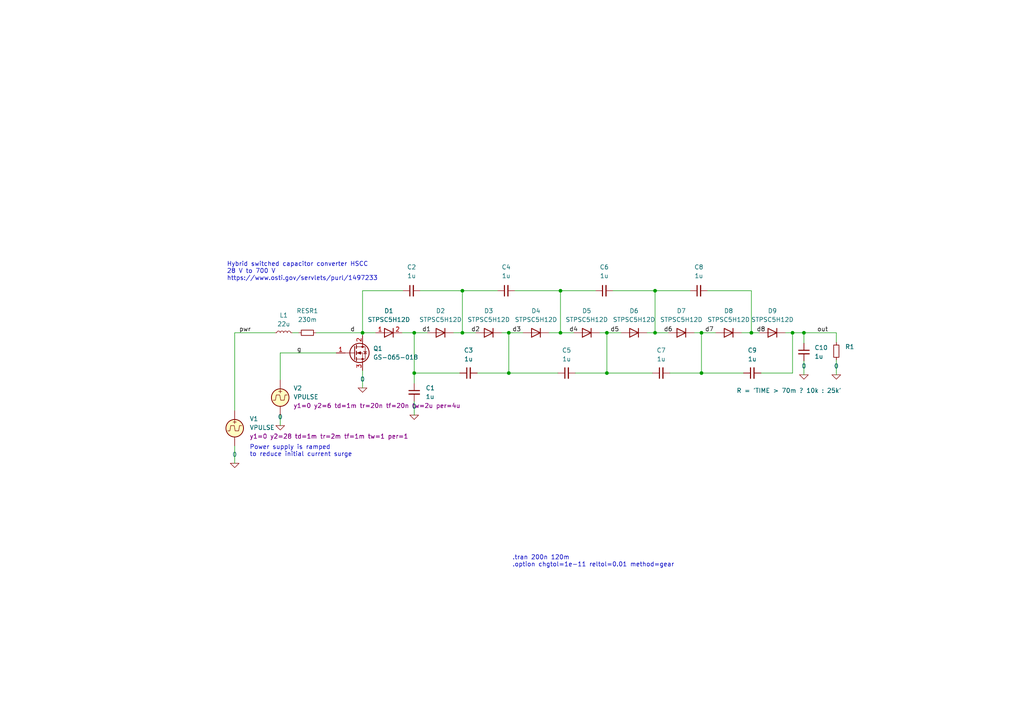
<source format=kicad_sch>
(kicad_sch (version 20231120) (generator "eeschema") (generator_version "8.0")
  (paper "A4")
  (title_block (title "Hybrid Switched capacitor converter, 28 to 700 V") (date "2023-05-02") (company "U.S. Department of Energy, Office of Scientific and Technical Information") (comment 1 "https://www.osti.gov/servlets/purl/1497233"))
  (lib_symbols
    (symbol "DIODE_1" (pin_names (offset 1.016) hide)
      (property "Reference" "D" (at 0 2.54 0))
      (property "Value" "DIODE_1" (at 0 -2.54 0))
      (symbol "DIODE_1_0_1"
        (polyline (pts (xy 1.27 0) (xy -1.27 0)))
        (polyline (pts (xy 1.27 1.27) (xy 1.27 -1.27)) (stroke (width 0.254)))
        (polyline (pts (xy -1.27 -1.27) (xy -1.27 1.27) (xy 1.27 0) (xy -1.27 -1.27)) (stroke (width 0.254)))
      )
      (symbol "DIODE_1_1_1"
        (pin passive line (at -3.81 0 0) (length 2.54) (name "A") (number "1"))
        (pin passive line (at 3.81 0 180) (length 2.54) (name "K") (number "2"))
      )
    )
    (symbol "DIODE_2" (pin_numbers hide) (pin_names (offset 1.016) hide)
      (property "Reference" "D" (at 0 2.54 0))
      (property "Value" "DIODE_2" (at 0 -2.54 0))
      (symbol "DIODE_2_0_1"
        (polyline (pts (xy 1.27 0) (xy -1.27 0)))
        (polyline (pts (xy 1.27 1.27) (xy 1.27 -1.27)) (stroke (width 0.254)))
        (polyline (pts (xy -1.27 -1.27) (xy -1.27 1.27) (xy 1.27 0) (xy -1.27 -1.27)) (stroke (width 0.254)))
      )
      (symbol "DIODE_2_1_1"
        (pin passive line (at -3.81 0 0) (length 2.54) (name "A") (number "1"))
        (pin passive line (at 3.81 0 180) (length 2.54) (name "K") (number "2"))
      )
    )
    (symbol "DIODE_3" (pin_numbers hide) (pin_names (offset 1.016) hide)
      (property "Reference" "D" (at 0 2.54 0))
      (property "Value" "DIODE_3" (at 0 -2.54 0))
      (symbol "DIODE_3_0_1"
        (polyline (pts (xy 1.27 0) (xy -1.27 0)))
        (polyline (pts (xy 1.27 1.27) (xy 1.27 -1.27)) (stroke (width 0.254)))
        (polyline (pts (xy -1.27 -1.27) (xy -1.27 1.27) (xy 1.27 0) (xy -1.27 -1.27)) (stroke (width 0.254)))
      )
      (symbol "DIODE_3_1_1"
        (pin passive line (at -3.81 0 0) (length 2.54) (name "A") (number "1"))
        (pin passive line (at 3.81 0 180) (length 2.54) (name "K") (number "2"))
      )
    )
    (symbol "DIODE_4" (pin_numbers hide) (pin_names (offset 1.016) hide)
      (property "Reference" "D" (at 0 2.54 0))
      (property "Value" "DIODE_4" (at 0 -2.54 0))
      (symbol "DIODE_4_0_1"
        (polyline (pts (xy 1.27 0) (xy -1.27 0)))
        (polyline (pts (xy 1.27 1.27) (xy 1.27 -1.27)) (stroke (width 0.254)))
        (polyline (pts (xy -1.27 -1.27) (xy -1.27 1.27) (xy 1.27 0) (xy -1.27 -1.27)) (stroke (width 0.254)))
      )
      (symbol "DIODE_4_1_1"
        (pin passive line (at -3.81 0 0) (length 2.54) (name "A") (number "1"))
        (pin passive line (at 3.81 0 180) (length 2.54) (name "K") (number "2"))
      )
    )
    (symbol "DIODE_5" (pin_numbers hide) (pin_names (offset 1.016) hide)
      (property "Reference" "D" (at 0 2.54 0))
      (property "Value" "DIODE_5" (at 0 -2.54 0))
      (symbol "DIODE_5_0_1"
        (polyline (pts (xy 1.27 0) (xy -1.27 0)))
        (polyline (pts (xy 1.27 1.27) (xy 1.27 -1.27)) (stroke (width 0.254)))
        (polyline (pts (xy -1.27 -1.27) (xy -1.27 1.27) (xy 1.27 0) (xy -1.27 -1.27)) (stroke (width 0.254)))
      )
      (symbol "DIODE_5_1_1"
        (pin passive line (at -3.81 0 0) (length 2.54) (name "A") (number "1"))
        (pin passive line (at 3.81 0 180) (length 2.54) (name "K") (number "2"))
      )
    )
    (symbol "Device:C_Small" (pin_numbers hide) (pin_names (offset 0.254) hide)
      (property "Reference" "C" (at 0.254 1.778 0))
      (property "Value" "C_Small" (at 0.254 -2.032 0))
      (symbol "C_Small_0_1"
        (polyline (pts (xy -1.524 -0.508) (xy 1.524 -0.508)) (stroke (width 0.3302)))
        (polyline (pts (xy -1.524 0.508) (xy 1.524 0.508)) (stroke (width 0.3048)))
      )
      (symbol "C_Small_1_1"
        (pin passive line (at 0 2.54 270) (length 2.032) (name "~") (number "1"))
        (pin passive line (at 0 -2.54 90) (length 2.032) (name "~") (number "2"))
      )
    )
    (symbol "Device:L_Small" (pin_numbers hide) (pin_names (offset 0.254) hide)
      (property "Reference" "L" (at 0.762 1.016 0))
      (property "Value" "L_Small" (at 0.762 -1.016 0))
      (symbol "L_Small_0_1"
        (arc (start 0 -2.032) (mid 0.5058 -1.524) (end 0 -1.016))
        (arc (start 0 -1.016) (mid 0.5058 -0.508) (end 0 0))
        (arc (start 0 0) (mid 0.5058 0.508) (end 0 1.016))
        (arc (start 0 1.016) (mid 0.5058 1.524) (end 0 2.032))
      )
      (symbol "L_Small_1_1"
        (pin passive line (at 0 2.54 270) (length 0.508) (name "~") (number "1"))
        (pin passive line (at 0 -2.54 90) (length 0.508) (name "~") (number "2"))
      )
    )
    (symbol "Device:Q_NMOS_GDS" (pin_names (offset 0) hide)
      (property "Reference" "Q" (at 5.08 1.27 0))
      (property "Value" "Q_NMOS_GDS" (at 5.08 -1.27 0))
      (symbol "Q_NMOS_GDS_0_1"
        (polyline (pts (xy 0.254 0) (xy -2.54 0)))
        (polyline (pts (xy 0.254 1.905) (xy 0.254 -1.905)) (stroke (width 0.254)))
        (polyline (pts (xy 0.762 -1.27) (xy 0.762 -2.286)) (stroke (width 0.254)))
        (polyline (pts (xy 0.762 0.508) (xy 0.762 -0.508)) (stroke (width 0.254)))
        (polyline (pts (xy 0.762 2.286) (xy 0.762 1.27)) (stroke (width 0.254)))
        (polyline (pts (xy 2.54 2.54) (xy 2.54 1.778)))
        (polyline (pts (xy 2.54 -2.54) (xy 2.54 0) (xy 0.762 0)))
        (polyline (pts (xy 0.762 -1.778) (xy 3.302 -1.778) (xy 3.302 1.778) (xy 0.762 1.778)))
        (polyline (pts (xy 1.016 0) (xy 2.032 0.381) (xy 2.032 -0.381) (xy 1.016 0)) (fill (type outline)))
        (polyline (pts (xy 2.794 0.508) (xy 2.921 0.381) (xy 3.683 0.381) (xy 3.81 0.254)))
        (polyline (pts (xy 3.302 0.381) (xy 2.921 -0.254) (xy 3.683 -0.254) (xy 3.302 0.381)))
        (circle (center 1.651 0) (radius 2.794) (stroke (width 0.254)))
        (circle (center 2.54 -1.778) (radius 0.254) (fill (type outline)))
        (circle (center 2.54 1.778) (radius 0.254) (fill (type outline)))
      )
      (symbol "Q_NMOS_GDS_1_1"
        (pin input line (at -5.08 0 0) (length 2.54) (name "G") (number "1"))
        (pin passive line (at 2.54 5.08 270) (length 2.54) (name "D") (number "2"))
        (pin passive line (at 2.54 -5.08 90) (length 2.54) (name "S") (number "3"))
      )
    )
    (symbol "Device:R_Small" (pin_numbers hide) (pin_names (offset 0.254) hide)
      (property "Reference" "R" (at 0.762 0.508 0))
      (property "Value" "R_Small" (at 0.762 -1.016 0))
      (symbol "R_Small_0_1"
        (rectangle (start -0.762 1.778) (end 0.762 -1.778) (stroke (width 0.2032)))
      )
      (symbol "R_Small_1_1"
        (pin passive line (at 0 2.54 270) (length 0.762) (name "~") (number "1"))
        (pin passive line (at 0 -2.54 90) (length 0.762) (name "~") (number "2"))
      )
    )
    (symbol "Simulation_SPICE:VPULSE" (pin_numbers hide) (pin_names (offset 0.0254))
      (property "Reference" "V" (at 2.54 2.54 0))
      (property "Value" "VPULSE" (at 2.54 0 0))
      (property "Spice_Model" "pulse(0 1 2n 2n 2n 50n 100n)" (at 2.54 -2.54 0))
      (symbol "VPULSE_0_0"
        (polyline (pts (xy -2.032 -0.762) (xy -1.397 -0.762) (xy -1.143 0.762) (xy -0.127 0.762) (xy 0.127 -0.762) (xy 1.143 -0.762) (xy 1.397 0.762) (xy 2.032 0.762)))
        (text "+" (at 0 1.905 0) (effects (font (size 1.27 1.27))))
      )
      (symbol "VPULSE_0_1"
        (circle (center 0 0) (radius 2.54) (stroke (width 0.254)) (fill (type background)))
      )
      (symbol "VPULSE_1_1"
        (pin passive line (at 0 5.08 270) (length 2.54) (name "~") (number "1"))
        (pin passive line (at 0 -5.08 90) (length 2.54) (name "~") (number "2"))
      )
    )
    (symbol "pspice:0" (power) (pin_names (offset 0))
      (property "Value" "0" (at 0 -1.778 0))
      (symbol "0_0_1"
        (polyline (pts (xy -1.27 0) (xy 0 -1.27) (xy 1.27 0) (xy -1.27 0)))
      )
      (symbol "0_1_1"
        (pin power_in line (at 0 0 0) (length 0) hide (name "0") (number "1"))
      )
    )
  )
  (junction (at 217.932 96.52))
  (junction (at 134.112 96.52))
  (junction (at 189.992 96.52))
  (junction (at 189.992 84.328))
  (junction (at 176.022 108.204))
  (junction (at 162.56 84.328))
  (junction (at 233.172 96.52))
  (junction (at 203.454 108.204))
  (junction (at 203.454 96.52))
  (junction (at 120.142 96.52))
  (junction (at 120.142 108.204))
  (junction (at 147.574 108.204))
  (junction (at 162.56 96.52))
  (junction (at 229.87 96.52))
  (junction (at 176.022 96.52))
  (junction (at 147.574 96.52))
  (junction (at 134.112 84.328))
  (junction (at 105.156 96.52))
  (wire (pts (xy 229.87 108.204) (xy 220.726 108.204)))
  (wire (pts (xy 68.072 129.286) (xy 68.072 134.366)))
  (wire (pts (xy 233.172 104.648) (xy 233.172 108.712)))
  (wire (pts (xy 120.142 108.204) (xy 133.35 108.204)))
  (wire (pts (xy 229.87 96.52) (xy 229.87 108.204)))
  (wire (pts (xy 81.28 102.362) (xy 97.536 102.362)))
  (wire (pts (xy 147.574 96.52) (xy 147.574 108.204)))
  (wire (pts (xy 147.574 96.52) (xy 151.638 96.52)))
  (wire (pts (xy 166.878 108.204) (xy 176.022 108.204)))
  (wire (pts (xy 217.932 84.328) (xy 217.932 96.52)))
  (wire (pts (xy 229.87 96.52) (xy 233.172 96.52)))
  (wire (pts (xy 162.56 84.328) (xy 162.56 96.52)))
  (wire (pts (xy 147.574 108.204) (xy 161.798 108.204)))
  (wire (pts (xy 162.56 84.328) (xy 172.72 84.328)))
  (wire (pts (xy 242.57 96.52) (xy 242.57 99.314)))
  (wire (pts (xy 242.57 104.394) (xy 242.57 108.712)))
  (wire (pts (xy 177.8 84.328) (xy 189.992 84.328)))
  (wire (pts (xy 176.022 108.204) (xy 189.23 108.204)))
  (wire (pts (xy 189.992 96.52) (xy 193.802 96.52)))
  (wire (pts (xy 203.454 96.52) (xy 207.518 96.52)))
  (wire (pts (xy 187.706 96.52) (xy 189.992 96.52)))
  (wire (pts (xy 176.022 96.52) (xy 180.086 96.52)))
  (wire (pts (xy 131.572 96.52) (xy 134.112 96.52)))
  (wire (pts (xy 145.542 96.52) (xy 147.574 96.52)))
  (wire (pts (xy 120.142 108.204) (xy 120.142 111.252)))
  (wire (pts (xy 84.836 96.52) (xy 86.614 96.52)))
  (wire (pts (xy 120.142 116.332) (xy 120.142 120.396)))
  (wire (pts (xy 227.838 96.52) (xy 229.87 96.52)))
  (wire (pts (xy 91.694 96.52) (xy 105.156 96.52)))
  (wire (pts (xy 189.992 84.328) (xy 200.152 84.328)))
  (wire (pts (xy 162.56 96.52) (xy 166.37 96.52)))
  (wire (pts (xy 134.112 96.52) (xy 137.922 96.52)))
  (wire (pts (xy 149.352 84.328) (xy 162.56 84.328)))
  (wire (pts (xy 138.43 108.204) (xy 147.574 108.204)))
  (wire (pts (xy 134.112 84.328) (xy 134.112 96.52)))
  (wire (pts (xy 68.072 96.52) (xy 79.756 96.52)))
  (wire (pts (xy 173.99 96.52) (xy 176.022 96.52)))
  (wire (pts (xy 121.92 84.328) (xy 134.112 84.328)))
  (wire (pts (xy 189.992 84.328) (xy 189.992 96.52)))
  (wire (pts (xy 159.258 96.52) (xy 162.56 96.52)))
  (wire (pts (xy 68.072 119.126) (xy 68.072 96.52)))
  (wire (pts (xy 105.156 96.52) (xy 105.156 97.282)))
  (wire (pts (xy 205.232 84.328) (xy 217.932 84.328)))
  (wire (pts (xy 176.022 96.52) (xy 176.022 108.204)))
  (wire (pts (xy 116.586 96.52) (xy 120.142 96.52)))
  (wire (pts (xy 215.138 96.52) (xy 217.932 96.52)))
  (wire (pts (xy 105.156 84.328) (xy 116.84 84.328)))
  (wire (pts (xy 203.454 108.204) (xy 215.646 108.204)))
  (wire (pts (xy 134.112 84.328) (xy 144.272 84.328)))
  (wire (pts (xy 105.156 84.328) (xy 105.156 96.52)))
  (wire (pts (xy 81.28 120.396) (xy 81.28 123.444)))
  (wire (pts (xy 217.932 96.52) (xy 220.218 96.52)))
  (wire (pts (xy 201.422 96.52) (xy 203.454 96.52)))
  (wire (pts (xy 105.156 107.442) (xy 105.156 112.522)))
  (wire (pts (xy 120.142 96.52) (xy 123.952 96.52)))
  (wire (pts (xy 81.28 110.236) (xy 81.28 102.362)))
  (wire (pts (xy 233.172 96.52) (xy 233.172 99.568)))
  (wire (pts (xy 233.172 96.52) (xy 242.57 96.52)))
  (wire (pts (xy 120.142 96.52) (xy 120.142 108.204)))
  (wire (pts (xy 194.31 108.204) (xy 203.454 108.204)))
  (wire (pts (xy 105.156 96.52) (xy 108.966 96.52)))
  (wire (pts (xy 203.454 96.52) (xy 203.454 108.204)))
  (text "Power supply is ramped\nto reduce initial current surge" (at 72.39 132.588 0) (effects (font (size 1.27 1.27)) (justify left bottom)))
  (text "Hybrid switched capacitor converter HSCC\n28 V to 700 V\nhttps://www.osti.gov/servlets/purl/1497233" (at 65.786 81.534 0) (effects (font (size 1.27 1.27)) (justify left bottom)))
  (text ".tran 200n 120m\n.option chgtol=1e-11 reltol=0.01 method=gear\n" (at 148.59 164.592 0) (effects (font (size 1.27 1.27)) (justify left bottom)))
  (label "pwr" (at 69.342 96.52 0))
  (label "d4" (at 165.1 96.52 0))
  (label "d6" (at 192.532 96.52 0))
  (label "d7" (at 204.47 96.52 0))
  (label "d5" (at 177.038 96.52 0))
  (label "d2" (at 136.652 96.52 0))
  (label "d8" (at 219.456 96.52 0))
  (label "g" (at 86.106 102.362 0))
  (label "d" (at 101.6 96.52 0))
  (label "out" (at 236.982 96.52 0))
  (label "d3" (at 148.59 96.52 0))
  (label "d1" (at 122.428 96.52 0))
  (symbol (lib_name "DIODE_5") (lib_id "Simulation_SPICE:DIODE") (at 127.762 96.52 0) (unit 1)
    (property "Reference" "D2" (at 127.762 90.17 0))
    (property "Value" "STPSC5H12D" (at 127.762 92.71 0))
    (property "Sim.Library" "ST_SILICON_CARBIDE_SCHOTTKY_V9.LIB" (effects (hide yes)))
    (property "Sim.Name" "STPSC5H12D" (effects (hide yes)))
    (property "Sim.Pins" "1=A 2=K" (effects (hide yes)))
  )
  (symbol (lib_name "DIODE_4") (lib_id "Simulation_SPICE:DIODE") (at 197.612 96.52 0) (unit 1)
    (property "Reference" "D7" (at 197.612 90.17 0))
    (property "Value" "STPSC5H12D" (at 197.612 92.71 0))
    (property "Sim.Library" "ST_SILICON_CARBIDE_SCHOTTKY_V9.LIB" (effects (hide yes)))
    (property "Sim.Name" "STPSC5H12D" (effects (hide yes)))
    (property "Sim.Pins" "1=A 2=K" (effects (hide yes)))
  )
  (symbol (lib_id "Device:C_Small") (at 146.812 84.328 90) (unit 1)
    (property "Reference" "C4" (at 146.8183 77.47 90))
    (property "Value" "1u" (at 146.8183 80.01 90))
  )
  (symbol (lib_name "DIODE_4") (lib_id "Simulation_SPICE:DIODE") (at 170.18 96.52 0) (unit 1)
    (property "Reference" "D5" (at 170.18 90.17 0))
    (property "Value" "STPSC5H12D" (at 170.18 92.71 0))
    (property "Sim.Library" "ST_SILICON_CARBIDE_SCHOTTKY_V9.LIB" (effects (hide yes)))
    (property "Sim.Name" "STPSC5H12D" (effects (hide yes)))
    (property "Sim.Pins" "1=A 2=K" (effects (hide yes)))
  )
  (symbol (lib_id "Device:C_Small") (at 164.338 108.204 90) (unit 1)
    (property "Reference" "C5" (at 164.3443 101.6 90))
    (property "Value" "1u" (at 164.3443 104.14 90))
  )
  (symbol (lib_name "DIODE_3") (lib_id "Simulation_SPICE:DIODE") (at 183.896 96.52 0) (unit 1)
    (property "Reference" "D6" (at 183.896 90.17 0))
    (property "Value" "STPSC5H12D" (at 183.896 92.71 0))
    (property "Sim.Library" "ST_SILICON_CARBIDE_SCHOTTKY_V9.LIB" (effects (hide yes)))
    (property "Sim.Name" "STPSC5H12D" (effects (hide yes)))
    (property "Sim.Pins" "1=A 2=K" (effects (hide yes)))
  )
  (symbol (lib_id "Device:C_Small") (at 119.38 84.328 90) (unit 1)
    (property "Reference" "C2" (at 119.3863 77.47 90))
    (property "Value" "1u" (at 119.3863 80.01 90))
  )
  (symbol (lib_id "pspice:0") (at 242.57 108.712 0) (unit 1)
    (property "Reference" "#GND06" (effects (hide yes)))
    (property "Value" "0" (at 242.57 106.172 0))
  )
  (symbol (lib_name "DIODE_2") (lib_id "Simulation_SPICE:DIODE") (at 224.028 96.52 0) (unit 1)
    (property "Reference" "D9" (at 224.028 90.17 0))
    (property "Value" "STPSC5H12D" (at 224.028 92.71 0))
    (property "Sim.Library" "ST_SILICON_CARBIDE_SCHOTTKY_V9.LIB" (effects (hide yes)))
    (property "Sim.Name" "STPSC5H12D" (effects (hide yes)))
    (property "Sim.Pins" "1=A 2=K" (effects (hide yes)))
  )
  (symbol (lib_id "Device:C_Small") (at 135.89 108.204 90) (unit 1)
    (property "Reference" "C3" (at 135.8963 101.6 90))
    (property "Value" "1u" (at 135.8963 104.14 90))
  )
  (symbol (lib_name "DIODE_1") (lib_id "Simulation_SPICE:DIODE") (at 112.776 96.52 0) (unit 1)
    (property "Reference" "D1" (at 112.776 90.17 0))
    (property "Value" "STPSC5H12D" (at 112.776 92.71 0))
    (property "Sim.Library" "ST_SILICON_CARBIDE_SCHOTTKY_V9.LIB" (effects (hide yes)))
    (property "Sim.Name" "STPSC5H12D" (effects (hide yes)))
    (property "Sim.Pins" "1=A 2=K" (effects (hide yes)))
  )
  (symbol (lib_name "DIODE_3") (lib_id "Simulation_SPICE:DIODE") (at 211.328 96.52 0) (unit 1)
    (property "Reference" "D8" (at 211.328 90.17 0))
    (property "Value" "STPSC5H12D" (at 211.328 92.71 0))
    (property "Sim.Library" "ST_SILICON_CARBIDE_SCHOTTKY_V9.LIB" (effects (hide yes)))
    (property "Sim.Name" "STPSC5H12D" (effects (hide yes)))
    (property "Sim.Pins" "1=A 2=K" (effects (hide yes)))
  )
  (symbol (lib_id "Device:C_Small") (at 218.186 108.204 90) (unit 1)
    (property "Reference" "C9" (at 218.1923 101.6 90))
    (property "Value" "1u" (at 218.1923 104.14 90))
  )
  (symbol (lib_id "Device:R_Small") (at 89.154 96.52 90) (unit 1)
    (property "Reference" "RESR1" (at 89.154 90.17 90))
    (property "Value" "230m" (at 89.154 92.71 90))
  )
  (symbol (lib_id "Device:R_Small") (at 242.57 101.854 0) (unit 1)
    (property "Reference" "R1" (at 245.11 100.5839 0) (effects (justify left)))
    (property "Value" "R = 'TIME > 70m ? 10k : 25k'" (at 213.614 113.284 0) (effects (justify left)))
  )
  (symbol (lib_id "pspice:0") (at 233.172 108.712 0) (unit 1)
    (property "Reference" "#GND05" (effects (hide yes)))
    (property "Value" "0" (at 233.172 106.172 0))
  )
  (symbol (lib_id "Device:L_Small") (at 82.296 96.52 90) (unit 1)
    (property "Reference" "L1" (at 82.296 91.44 90))
    (property "Value" "22u" (at 82.296 93.98 90))
  )
  (symbol (lib_id "Device:Q_NMOS_GDS") (at 102.616 102.362 0) (unit 1)
    (property "Reference" "Q1" (at 108.204 101.0919 0) (effects (justify left)))
    (property "Value" "GS-065-018" (at 108.204 103.6319 0) (effects (justify left)))
    (property "Sim.Library" "GaN_PSpice_GS-065-018-2-L_L1V3P3.lib" (effects (hide yes)))
    (property "Sim.Name" "GaN_PSpice_GS-065-018-2-L_L1V3P3" (effects (hide yes)))
    (property "Sim.Pins" "1=1 2=2 3=3 3=4" (effects (hide yes)))
  )
  (symbol (lib_id "Simulation_SPICE:VPULSE") (at 68.072 124.206 0) (unit 1)
    (property "Reference" "V1" (at 72.39 121.4761 0) (effects (justify left)))
    (property "Value" "VPULSE" (at 72.39 124.0161 0) (effects (justify left)))
    (property "Sim.Device" "V" (effects (hide yes)))
    (property "Sim.Type" "PULSE" (effects (hide yes)))
    (property "Sim.Params" "y1=0 y2=28 td=1m tr=2m tf=1m tw=1 per=1" (at 72.39 126.5561 0) (effects (justify left)))
    (property "Sim.Pins" "1=+ 2=-" (effects (hide yes)))
  )
  (symbol (lib_id "Device:C_Small") (at 175.26 84.328 90) (unit 1)
    (property "Reference" "C6" (at 175.2663 77.47 90))
    (property "Value" "1u" (at 175.2663 80.01 90))
  )
  (symbol (lib_id "Device:C_Small") (at 120.142 113.792 0) (unit 1)
    (property "Reference" "C1" (at 123.444 112.5282 0) (effects (justify left)))
    (property "Value" "1u" (at 123.444 115.0682 0) (effects (justify left)))
  )
  (symbol (lib_id "pspice:0") (at 120.142 120.396 0) (unit 1)
    (property "Reference" "#GND04" (effects (hide yes)))
    (property "Value" "0" (at 120.142 117.856 0))
  )
  (symbol (lib_id "pspice:0") (at 81.28 123.444 0) (unit 1)
    (property "Reference" "#GND02" (effects (hide yes)))
    (property "Value" "0" (at 81.28 120.904 0))
  )
  (symbol (lib_id "Device:C_Small") (at 191.77 108.204 90) (unit 1)
    (property "Reference" "C7" (at 191.7763 101.6 90))
    (property "Value" "1u" (at 191.7763 104.14 90))
  )
  (symbol (lib_name "DIODE_4") (lib_id "Simulation_SPICE:DIODE") (at 141.732 96.52 0) (unit 1)
    (property "Reference" "D3" (at 141.732 90.17 0))
    (property "Value" "STPSC5H12D" (at 141.732 92.71 0))
    (property "Sim.Library" "ST_SILICON_CARBIDE_SCHOTTKY_V9.LIB" (effects (hide yes)))
    (property "Sim.Name" "STPSC5H12D" (effects (hide yes)))
    (property "Sim.Pins" "1=A 2=K" (effects (hide yes)))
  )
  (symbol (lib_id "Simulation_SPICE:VPULSE") (at 81.28 115.316 0) (unit 1)
    (property "Reference" "V2" (at 85.09 112.5861 0) (effects (justify left)))
    (property "Value" "VPULSE" (at 85.09 115.1261 0) (effects (justify left)))
    (property "Sim.Device" "V" (effects (hide yes)))
    (property "Sim.Type" "PULSE" (effects (hide yes)))
    (property "Sim.Params" "y1=0 y2=6 td=1m tr=20n tf=20n tw=2u per=4u" (at 85.09 117.6661 0) (effects (justify left)))
    (property "Sim.Pins" "1=+ 2=-" (effects (hide yes)))
  )
  (symbol (lib_id "pspice:0") (at 105.156 112.522 0) (unit 1)
    (property "Reference" "#GND03" (effects (hide yes)))
    (property "Value" "0" (at 105.156 109.982 0))
  )
  (symbol (lib_name "DIODE_3") (lib_id "Simulation_SPICE:DIODE") (at 155.448 96.52 0) (unit 1)
    (property "Reference" "D4" (at 155.448 90.17 0))
    (property "Value" "STPSC5H12D" (at 155.448 92.71 0))
    (property "Sim.Library" "ST_SILICON_CARBIDE_SCHOTTKY_V9.LIB" (effects (hide yes)))
    (property "Sim.Name" "STPSC5H12D" (effects (hide yes)))
    (property "Sim.Pins" "1=A 2=K" (effects (hide yes)))
  )
  (symbol (lib_id "Device:C_Small") (at 233.172 102.108 0) (unit 1)
    (property "Reference" "C10" (at 236.22 100.8442 0) (effects (justify left)))
    (property "Value" "1u" (at 236.22 103.3842 0) (effects (justify left)))
  )
  (symbol (lib_id "Device:C_Small") (at 202.692 84.328 90) (unit 1)
    (property "Reference" "C8" (at 202.6983 77.47 90))
    (property "Value" "1u" (at 202.6983 80.01 90))
  )
  (symbol (lib_id "pspice:0") (at 68.072 134.366 0) (unit 1)
    (property "Reference" "#GND01" (effects (hide yes)))
    (property "Value" "0" (at 68.072 131.826 0))
  )
)
</source>
